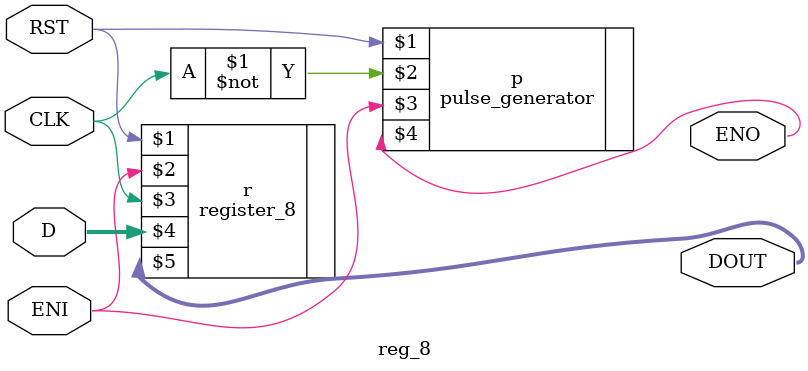
<source format=v>
`timescale 1ns / 1ps


module reg_8(
    input RST, //active low
    input ENI,
    input CLK,
    input [7:0] D,
    output [7:0] DOUT,
    output ENO
    );

    register_8 r(RST, ENI, CLK, D, DOUT);
    pulse_generator p(RST, ~CLK, ENI, ENO);

endmodule

</source>
